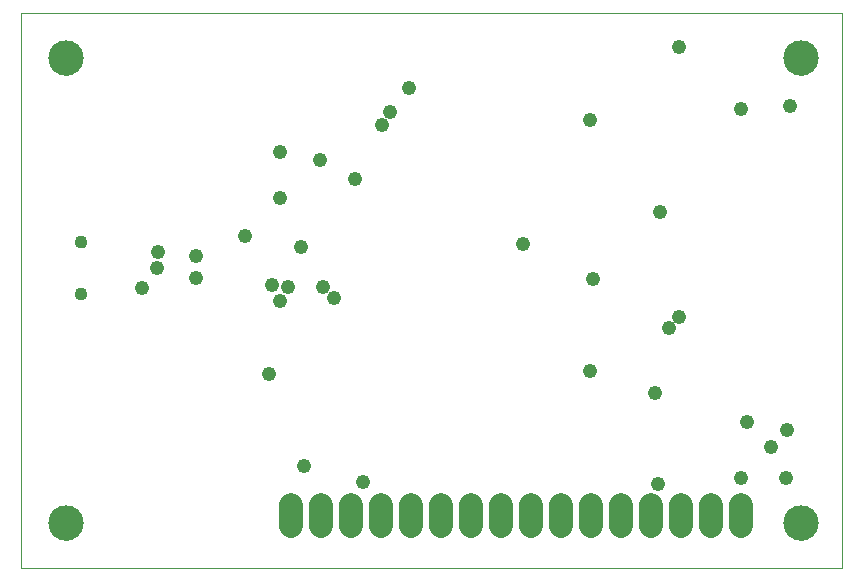
<source format=gbs>
G75*
%MOIN*%
%OFA0B0*%
%FSLAX25Y25*%
%IPPOS*%
%LPD*%
%AMOC8*
5,1,8,0,0,1.08239X$1,22.5*
%
%ADD10C,0.00000*%
%ADD11C,0.11824*%
%ADD12C,0.04343*%
%ADD13C,0.07887*%
%ADD14C,0.04800*%
%ADD15C,0.04762*%
D10*
X0021404Y0011404D02*
X0021404Y0196364D01*
X0295104Y0196364D01*
X0295104Y0011404D01*
X0021404Y0011404D01*
X0030892Y0026404D02*
X0030894Y0026552D01*
X0030900Y0026700D01*
X0030910Y0026848D01*
X0030924Y0026995D01*
X0030942Y0027142D01*
X0030963Y0027288D01*
X0030989Y0027434D01*
X0031019Y0027579D01*
X0031052Y0027723D01*
X0031090Y0027866D01*
X0031131Y0028008D01*
X0031176Y0028149D01*
X0031224Y0028289D01*
X0031277Y0028428D01*
X0031333Y0028565D01*
X0031393Y0028700D01*
X0031456Y0028834D01*
X0031523Y0028966D01*
X0031594Y0029096D01*
X0031668Y0029224D01*
X0031745Y0029350D01*
X0031826Y0029474D01*
X0031910Y0029596D01*
X0031997Y0029715D01*
X0032088Y0029832D01*
X0032182Y0029947D01*
X0032278Y0030059D01*
X0032378Y0030169D01*
X0032480Y0030275D01*
X0032586Y0030379D01*
X0032694Y0030480D01*
X0032805Y0030578D01*
X0032918Y0030674D01*
X0033034Y0030766D01*
X0033152Y0030855D01*
X0033273Y0030940D01*
X0033396Y0031023D01*
X0033521Y0031102D01*
X0033648Y0031178D01*
X0033777Y0031250D01*
X0033908Y0031319D01*
X0034041Y0031384D01*
X0034176Y0031445D01*
X0034312Y0031503D01*
X0034449Y0031558D01*
X0034588Y0031608D01*
X0034729Y0031655D01*
X0034870Y0031698D01*
X0035013Y0031738D01*
X0035157Y0031773D01*
X0035301Y0031805D01*
X0035447Y0031832D01*
X0035593Y0031856D01*
X0035740Y0031876D01*
X0035887Y0031892D01*
X0036034Y0031904D01*
X0036182Y0031912D01*
X0036330Y0031916D01*
X0036478Y0031916D01*
X0036626Y0031912D01*
X0036774Y0031904D01*
X0036921Y0031892D01*
X0037068Y0031876D01*
X0037215Y0031856D01*
X0037361Y0031832D01*
X0037507Y0031805D01*
X0037651Y0031773D01*
X0037795Y0031738D01*
X0037938Y0031698D01*
X0038079Y0031655D01*
X0038220Y0031608D01*
X0038359Y0031558D01*
X0038496Y0031503D01*
X0038632Y0031445D01*
X0038767Y0031384D01*
X0038900Y0031319D01*
X0039031Y0031250D01*
X0039160Y0031178D01*
X0039287Y0031102D01*
X0039412Y0031023D01*
X0039535Y0030940D01*
X0039656Y0030855D01*
X0039774Y0030766D01*
X0039890Y0030674D01*
X0040003Y0030578D01*
X0040114Y0030480D01*
X0040222Y0030379D01*
X0040328Y0030275D01*
X0040430Y0030169D01*
X0040530Y0030059D01*
X0040626Y0029947D01*
X0040720Y0029832D01*
X0040811Y0029715D01*
X0040898Y0029596D01*
X0040982Y0029474D01*
X0041063Y0029350D01*
X0041140Y0029224D01*
X0041214Y0029096D01*
X0041285Y0028966D01*
X0041352Y0028834D01*
X0041415Y0028700D01*
X0041475Y0028565D01*
X0041531Y0028428D01*
X0041584Y0028289D01*
X0041632Y0028149D01*
X0041677Y0028008D01*
X0041718Y0027866D01*
X0041756Y0027723D01*
X0041789Y0027579D01*
X0041819Y0027434D01*
X0041845Y0027288D01*
X0041866Y0027142D01*
X0041884Y0026995D01*
X0041898Y0026848D01*
X0041908Y0026700D01*
X0041914Y0026552D01*
X0041916Y0026404D01*
X0041914Y0026256D01*
X0041908Y0026108D01*
X0041898Y0025960D01*
X0041884Y0025813D01*
X0041866Y0025666D01*
X0041845Y0025520D01*
X0041819Y0025374D01*
X0041789Y0025229D01*
X0041756Y0025085D01*
X0041718Y0024942D01*
X0041677Y0024800D01*
X0041632Y0024659D01*
X0041584Y0024519D01*
X0041531Y0024380D01*
X0041475Y0024243D01*
X0041415Y0024108D01*
X0041352Y0023974D01*
X0041285Y0023842D01*
X0041214Y0023712D01*
X0041140Y0023584D01*
X0041063Y0023458D01*
X0040982Y0023334D01*
X0040898Y0023212D01*
X0040811Y0023093D01*
X0040720Y0022976D01*
X0040626Y0022861D01*
X0040530Y0022749D01*
X0040430Y0022639D01*
X0040328Y0022533D01*
X0040222Y0022429D01*
X0040114Y0022328D01*
X0040003Y0022230D01*
X0039890Y0022134D01*
X0039774Y0022042D01*
X0039656Y0021953D01*
X0039535Y0021868D01*
X0039412Y0021785D01*
X0039287Y0021706D01*
X0039160Y0021630D01*
X0039031Y0021558D01*
X0038900Y0021489D01*
X0038767Y0021424D01*
X0038632Y0021363D01*
X0038496Y0021305D01*
X0038359Y0021250D01*
X0038220Y0021200D01*
X0038079Y0021153D01*
X0037938Y0021110D01*
X0037795Y0021070D01*
X0037651Y0021035D01*
X0037507Y0021003D01*
X0037361Y0020976D01*
X0037215Y0020952D01*
X0037068Y0020932D01*
X0036921Y0020916D01*
X0036774Y0020904D01*
X0036626Y0020896D01*
X0036478Y0020892D01*
X0036330Y0020892D01*
X0036182Y0020896D01*
X0036034Y0020904D01*
X0035887Y0020916D01*
X0035740Y0020932D01*
X0035593Y0020952D01*
X0035447Y0020976D01*
X0035301Y0021003D01*
X0035157Y0021035D01*
X0035013Y0021070D01*
X0034870Y0021110D01*
X0034729Y0021153D01*
X0034588Y0021200D01*
X0034449Y0021250D01*
X0034312Y0021305D01*
X0034176Y0021363D01*
X0034041Y0021424D01*
X0033908Y0021489D01*
X0033777Y0021558D01*
X0033648Y0021630D01*
X0033521Y0021706D01*
X0033396Y0021785D01*
X0033273Y0021868D01*
X0033152Y0021953D01*
X0033034Y0022042D01*
X0032918Y0022134D01*
X0032805Y0022230D01*
X0032694Y0022328D01*
X0032586Y0022429D01*
X0032480Y0022533D01*
X0032378Y0022639D01*
X0032278Y0022749D01*
X0032182Y0022861D01*
X0032088Y0022976D01*
X0031997Y0023093D01*
X0031910Y0023212D01*
X0031826Y0023334D01*
X0031745Y0023458D01*
X0031668Y0023584D01*
X0031594Y0023712D01*
X0031523Y0023842D01*
X0031456Y0023974D01*
X0031393Y0024108D01*
X0031333Y0024243D01*
X0031277Y0024380D01*
X0031224Y0024519D01*
X0031176Y0024659D01*
X0031131Y0024800D01*
X0031090Y0024942D01*
X0031052Y0025085D01*
X0031019Y0025229D01*
X0030989Y0025374D01*
X0030963Y0025520D01*
X0030942Y0025666D01*
X0030924Y0025813D01*
X0030910Y0025960D01*
X0030900Y0026108D01*
X0030894Y0026256D01*
X0030892Y0026404D01*
X0039632Y0102742D02*
X0039634Y0102826D01*
X0039640Y0102909D01*
X0039650Y0102992D01*
X0039664Y0103075D01*
X0039681Y0103157D01*
X0039703Y0103238D01*
X0039728Y0103317D01*
X0039757Y0103396D01*
X0039790Y0103473D01*
X0039826Y0103548D01*
X0039866Y0103622D01*
X0039909Y0103694D01*
X0039956Y0103763D01*
X0040006Y0103830D01*
X0040059Y0103895D01*
X0040115Y0103957D01*
X0040173Y0104017D01*
X0040235Y0104074D01*
X0040299Y0104127D01*
X0040366Y0104178D01*
X0040435Y0104225D01*
X0040506Y0104270D01*
X0040579Y0104310D01*
X0040654Y0104347D01*
X0040731Y0104381D01*
X0040809Y0104411D01*
X0040888Y0104437D01*
X0040969Y0104460D01*
X0041051Y0104478D01*
X0041133Y0104493D01*
X0041216Y0104504D01*
X0041299Y0104511D01*
X0041383Y0104514D01*
X0041467Y0104513D01*
X0041550Y0104508D01*
X0041634Y0104499D01*
X0041716Y0104486D01*
X0041798Y0104470D01*
X0041879Y0104449D01*
X0041960Y0104425D01*
X0042038Y0104397D01*
X0042116Y0104365D01*
X0042192Y0104329D01*
X0042266Y0104290D01*
X0042338Y0104248D01*
X0042408Y0104202D01*
X0042476Y0104153D01*
X0042541Y0104101D01*
X0042604Y0104046D01*
X0042664Y0103988D01*
X0042722Y0103927D01*
X0042776Y0103863D01*
X0042828Y0103797D01*
X0042876Y0103729D01*
X0042921Y0103658D01*
X0042962Y0103585D01*
X0043001Y0103511D01*
X0043035Y0103435D01*
X0043066Y0103357D01*
X0043093Y0103278D01*
X0043117Y0103197D01*
X0043136Y0103116D01*
X0043152Y0103034D01*
X0043164Y0102951D01*
X0043172Y0102867D01*
X0043176Y0102784D01*
X0043176Y0102700D01*
X0043172Y0102617D01*
X0043164Y0102533D01*
X0043152Y0102450D01*
X0043136Y0102368D01*
X0043117Y0102287D01*
X0043093Y0102206D01*
X0043066Y0102127D01*
X0043035Y0102049D01*
X0043001Y0101973D01*
X0042962Y0101899D01*
X0042921Y0101826D01*
X0042876Y0101755D01*
X0042828Y0101687D01*
X0042776Y0101621D01*
X0042722Y0101557D01*
X0042664Y0101496D01*
X0042604Y0101438D01*
X0042541Y0101383D01*
X0042476Y0101331D01*
X0042408Y0101282D01*
X0042338Y0101236D01*
X0042266Y0101194D01*
X0042192Y0101155D01*
X0042116Y0101119D01*
X0042038Y0101087D01*
X0041960Y0101059D01*
X0041879Y0101035D01*
X0041798Y0101014D01*
X0041716Y0100998D01*
X0041634Y0100985D01*
X0041550Y0100976D01*
X0041467Y0100971D01*
X0041383Y0100970D01*
X0041299Y0100973D01*
X0041216Y0100980D01*
X0041133Y0100991D01*
X0041051Y0101006D01*
X0040969Y0101024D01*
X0040888Y0101047D01*
X0040809Y0101073D01*
X0040731Y0101103D01*
X0040654Y0101137D01*
X0040579Y0101174D01*
X0040506Y0101214D01*
X0040435Y0101259D01*
X0040366Y0101306D01*
X0040299Y0101357D01*
X0040235Y0101410D01*
X0040173Y0101467D01*
X0040115Y0101527D01*
X0040059Y0101589D01*
X0040006Y0101654D01*
X0039956Y0101721D01*
X0039909Y0101790D01*
X0039866Y0101862D01*
X0039826Y0101936D01*
X0039790Y0102011D01*
X0039757Y0102088D01*
X0039728Y0102167D01*
X0039703Y0102246D01*
X0039681Y0102327D01*
X0039664Y0102409D01*
X0039650Y0102492D01*
X0039640Y0102575D01*
X0039634Y0102658D01*
X0039632Y0102742D01*
X0039632Y0120065D02*
X0039634Y0120149D01*
X0039640Y0120232D01*
X0039650Y0120315D01*
X0039664Y0120398D01*
X0039681Y0120480D01*
X0039703Y0120561D01*
X0039728Y0120640D01*
X0039757Y0120719D01*
X0039790Y0120796D01*
X0039826Y0120871D01*
X0039866Y0120945D01*
X0039909Y0121017D01*
X0039956Y0121086D01*
X0040006Y0121153D01*
X0040059Y0121218D01*
X0040115Y0121280D01*
X0040173Y0121340D01*
X0040235Y0121397D01*
X0040299Y0121450D01*
X0040366Y0121501D01*
X0040435Y0121548D01*
X0040506Y0121593D01*
X0040579Y0121633D01*
X0040654Y0121670D01*
X0040731Y0121704D01*
X0040809Y0121734D01*
X0040888Y0121760D01*
X0040969Y0121783D01*
X0041051Y0121801D01*
X0041133Y0121816D01*
X0041216Y0121827D01*
X0041299Y0121834D01*
X0041383Y0121837D01*
X0041467Y0121836D01*
X0041550Y0121831D01*
X0041634Y0121822D01*
X0041716Y0121809D01*
X0041798Y0121793D01*
X0041879Y0121772D01*
X0041960Y0121748D01*
X0042038Y0121720D01*
X0042116Y0121688D01*
X0042192Y0121652D01*
X0042266Y0121613D01*
X0042338Y0121571D01*
X0042408Y0121525D01*
X0042476Y0121476D01*
X0042541Y0121424D01*
X0042604Y0121369D01*
X0042664Y0121311D01*
X0042722Y0121250D01*
X0042776Y0121186D01*
X0042828Y0121120D01*
X0042876Y0121052D01*
X0042921Y0120981D01*
X0042962Y0120908D01*
X0043001Y0120834D01*
X0043035Y0120758D01*
X0043066Y0120680D01*
X0043093Y0120601D01*
X0043117Y0120520D01*
X0043136Y0120439D01*
X0043152Y0120357D01*
X0043164Y0120274D01*
X0043172Y0120190D01*
X0043176Y0120107D01*
X0043176Y0120023D01*
X0043172Y0119940D01*
X0043164Y0119856D01*
X0043152Y0119773D01*
X0043136Y0119691D01*
X0043117Y0119610D01*
X0043093Y0119529D01*
X0043066Y0119450D01*
X0043035Y0119372D01*
X0043001Y0119296D01*
X0042962Y0119222D01*
X0042921Y0119149D01*
X0042876Y0119078D01*
X0042828Y0119010D01*
X0042776Y0118944D01*
X0042722Y0118880D01*
X0042664Y0118819D01*
X0042604Y0118761D01*
X0042541Y0118706D01*
X0042476Y0118654D01*
X0042408Y0118605D01*
X0042338Y0118559D01*
X0042266Y0118517D01*
X0042192Y0118478D01*
X0042116Y0118442D01*
X0042038Y0118410D01*
X0041960Y0118382D01*
X0041879Y0118358D01*
X0041798Y0118337D01*
X0041716Y0118321D01*
X0041634Y0118308D01*
X0041550Y0118299D01*
X0041467Y0118294D01*
X0041383Y0118293D01*
X0041299Y0118296D01*
X0041216Y0118303D01*
X0041133Y0118314D01*
X0041051Y0118329D01*
X0040969Y0118347D01*
X0040888Y0118370D01*
X0040809Y0118396D01*
X0040731Y0118426D01*
X0040654Y0118460D01*
X0040579Y0118497D01*
X0040506Y0118537D01*
X0040435Y0118582D01*
X0040366Y0118629D01*
X0040299Y0118680D01*
X0040235Y0118733D01*
X0040173Y0118790D01*
X0040115Y0118850D01*
X0040059Y0118912D01*
X0040006Y0118977D01*
X0039956Y0119044D01*
X0039909Y0119113D01*
X0039866Y0119185D01*
X0039826Y0119259D01*
X0039790Y0119334D01*
X0039757Y0119411D01*
X0039728Y0119490D01*
X0039703Y0119569D01*
X0039681Y0119650D01*
X0039664Y0119732D01*
X0039650Y0119815D01*
X0039640Y0119898D01*
X0039634Y0119981D01*
X0039632Y0120065D01*
X0030892Y0181404D02*
X0030894Y0181552D01*
X0030900Y0181700D01*
X0030910Y0181848D01*
X0030924Y0181995D01*
X0030942Y0182142D01*
X0030963Y0182288D01*
X0030989Y0182434D01*
X0031019Y0182579D01*
X0031052Y0182723D01*
X0031090Y0182866D01*
X0031131Y0183008D01*
X0031176Y0183149D01*
X0031224Y0183289D01*
X0031277Y0183428D01*
X0031333Y0183565D01*
X0031393Y0183700D01*
X0031456Y0183834D01*
X0031523Y0183966D01*
X0031594Y0184096D01*
X0031668Y0184224D01*
X0031745Y0184350D01*
X0031826Y0184474D01*
X0031910Y0184596D01*
X0031997Y0184715D01*
X0032088Y0184832D01*
X0032182Y0184947D01*
X0032278Y0185059D01*
X0032378Y0185169D01*
X0032480Y0185275D01*
X0032586Y0185379D01*
X0032694Y0185480D01*
X0032805Y0185578D01*
X0032918Y0185674D01*
X0033034Y0185766D01*
X0033152Y0185855D01*
X0033273Y0185940D01*
X0033396Y0186023D01*
X0033521Y0186102D01*
X0033648Y0186178D01*
X0033777Y0186250D01*
X0033908Y0186319D01*
X0034041Y0186384D01*
X0034176Y0186445D01*
X0034312Y0186503D01*
X0034449Y0186558D01*
X0034588Y0186608D01*
X0034729Y0186655D01*
X0034870Y0186698D01*
X0035013Y0186738D01*
X0035157Y0186773D01*
X0035301Y0186805D01*
X0035447Y0186832D01*
X0035593Y0186856D01*
X0035740Y0186876D01*
X0035887Y0186892D01*
X0036034Y0186904D01*
X0036182Y0186912D01*
X0036330Y0186916D01*
X0036478Y0186916D01*
X0036626Y0186912D01*
X0036774Y0186904D01*
X0036921Y0186892D01*
X0037068Y0186876D01*
X0037215Y0186856D01*
X0037361Y0186832D01*
X0037507Y0186805D01*
X0037651Y0186773D01*
X0037795Y0186738D01*
X0037938Y0186698D01*
X0038079Y0186655D01*
X0038220Y0186608D01*
X0038359Y0186558D01*
X0038496Y0186503D01*
X0038632Y0186445D01*
X0038767Y0186384D01*
X0038900Y0186319D01*
X0039031Y0186250D01*
X0039160Y0186178D01*
X0039287Y0186102D01*
X0039412Y0186023D01*
X0039535Y0185940D01*
X0039656Y0185855D01*
X0039774Y0185766D01*
X0039890Y0185674D01*
X0040003Y0185578D01*
X0040114Y0185480D01*
X0040222Y0185379D01*
X0040328Y0185275D01*
X0040430Y0185169D01*
X0040530Y0185059D01*
X0040626Y0184947D01*
X0040720Y0184832D01*
X0040811Y0184715D01*
X0040898Y0184596D01*
X0040982Y0184474D01*
X0041063Y0184350D01*
X0041140Y0184224D01*
X0041214Y0184096D01*
X0041285Y0183966D01*
X0041352Y0183834D01*
X0041415Y0183700D01*
X0041475Y0183565D01*
X0041531Y0183428D01*
X0041584Y0183289D01*
X0041632Y0183149D01*
X0041677Y0183008D01*
X0041718Y0182866D01*
X0041756Y0182723D01*
X0041789Y0182579D01*
X0041819Y0182434D01*
X0041845Y0182288D01*
X0041866Y0182142D01*
X0041884Y0181995D01*
X0041898Y0181848D01*
X0041908Y0181700D01*
X0041914Y0181552D01*
X0041916Y0181404D01*
X0041914Y0181256D01*
X0041908Y0181108D01*
X0041898Y0180960D01*
X0041884Y0180813D01*
X0041866Y0180666D01*
X0041845Y0180520D01*
X0041819Y0180374D01*
X0041789Y0180229D01*
X0041756Y0180085D01*
X0041718Y0179942D01*
X0041677Y0179800D01*
X0041632Y0179659D01*
X0041584Y0179519D01*
X0041531Y0179380D01*
X0041475Y0179243D01*
X0041415Y0179108D01*
X0041352Y0178974D01*
X0041285Y0178842D01*
X0041214Y0178712D01*
X0041140Y0178584D01*
X0041063Y0178458D01*
X0040982Y0178334D01*
X0040898Y0178212D01*
X0040811Y0178093D01*
X0040720Y0177976D01*
X0040626Y0177861D01*
X0040530Y0177749D01*
X0040430Y0177639D01*
X0040328Y0177533D01*
X0040222Y0177429D01*
X0040114Y0177328D01*
X0040003Y0177230D01*
X0039890Y0177134D01*
X0039774Y0177042D01*
X0039656Y0176953D01*
X0039535Y0176868D01*
X0039412Y0176785D01*
X0039287Y0176706D01*
X0039160Y0176630D01*
X0039031Y0176558D01*
X0038900Y0176489D01*
X0038767Y0176424D01*
X0038632Y0176363D01*
X0038496Y0176305D01*
X0038359Y0176250D01*
X0038220Y0176200D01*
X0038079Y0176153D01*
X0037938Y0176110D01*
X0037795Y0176070D01*
X0037651Y0176035D01*
X0037507Y0176003D01*
X0037361Y0175976D01*
X0037215Y0175952D01*
X0037068Y0175932D01*
X0036921Y0175916D01*
X0036774Y0175904D01*
X0036626Y0175896D01*
X0036478Y0175892D01*
X0036330Y0175892D01*
X0036182Y0175896D01*
X0036034Y0175904D01*
X0035887Y0175916D01*
X0035740Y0175932D01*
X0035593Y0175952D01*
X0035447Y0175976D01*
X0035301Y0176003D01*
X0035157Y0176035D01*
X0035013Y0176070D01*
X0034870Y0176110D01*
X0034729Y0176153D01*
X0034588Y0176200D01*
X0034449Y0176250D01*
X0034312Y0176305D01*
X0034176Y0176363D01*
X0034041Y0176424D01*
X0033908Y0176489D01*
X0033777Y0176558D01*
X0033648Y0176630D01*
X0033521Y0176706D01*
X0033396Y0176785D01*
X0033273Y0176868D01*
X0033152Y0176953D01*
X0033034Y0177042D01*
X0032918Y0177134D01*
X0032805Y0177230D01*
X0032694Y0177328D01*
X0032586Y0177429D01*
X0032480Y0177533D01*
X0032378Y0177639D01*
X0032278Y0177749D01*
X0032182Y0177861D01*
X0032088Y0177976D01*
X0031997Y0178093D01*
X0031910Y0178212D01*
X0031826Y0178334D01*
X0031745Y0178458D01*
X0031668Y0178584D01*
X0031594Y0178712D01*
X0031523Y0178842D01*
X0031456Y0178974D01*
X0031393Y0179108D01*
X0031333Y0179243D01*
X0031277Y0179380D01*
X0031224Y0179519D01*
X0031176Y0179659D01*
X0031131Y0179800D01*
X0031090Y0179942D01*
X0031052Y0180085D01*
X0031019Y0180229D01*
X0030989Y0180374D01*
X0030963Y0180520D01*
X0030942Y0180666D01*
X0030924Y0180813D01*
X0030910Y0180960D01*
X0030900Y0181108D01*
X0030894Y0181256D01*
X0030892Y0181404D01*
X0275892Y0181404D02*
X0275894Y0181552D01*
X0275900Y0181700D01*
X0275910Y0181848D01*
X0275924Y0181995D01*
X0275942Y0182142D01*
X0275963Y0182288D01*
X0275989Y0182434D01*
X0276019Y0182579D01*
X0276052Y0182723D01*
X0276090Y0182866D01*
X0276131Y0183008D01*
X0276176Y0183149D01*
X0276224Y0183289D01*
X0276277Y0183428D01*
X0276333Y0183565D01*
X0276393Y0183700D01*
X0276456Y0183834D01*
X0276523Y0183966D01*
X0276594Y0184096D01*
X0276668Y0184224D01*
X0276745Y0184350D01*
X0276826Y0184474D01*
X0276910Y0184596D01*
X0276997Y0184715D01*
X0277088Y0184832D01*
X0277182Y0184947D01*
X0277278Y0185059D01*
X0277378Y0185169D01*
X0277480Y0185275D01*
X0277586Y0185379D01*
X0277694Y0185480D01*
X0277805Y0185578D01*
X0277918Y0185674D01*
X0278034Y0185766D01*
X0278152Y0185855D01*
X0278273Y0185940D01*
X0278396Y0186023D01*
X0278521Y0186102D01*
X0278648Y0186178D01*
X0278777Y0186250D01*
X0278908Y0186319D01*
X0279041Y0186384D01*
X0279176Y0186445D01*
X0279312Y0186503D01*
X0279449Y0186558D01*
X0279588Y0186608D01*
X0279729Y0186655D01*
X0279870Y0186698D01*
X0280013Y0186738D01*
X0280157Y0186773D01*
X0280301Y0186805D01*
X0280447Y0186832D01*
X0280593Y0186856D01*
X0280740Y0186876D01*
X0280887Y0186892D01*
X0281034Y0186904D01*
X0281182Y0186912D01*
X0281330Y0186916D01*
X0281478Y0186916D01*
X0281626Y0186912D01*
X0281774Y0186904D01*
X0281921Y0186892D01*
X0282068Y0186876D01*
X0282215Y0186856D01*
X0282361Y0186832D01*
X0282507Y0186805D01*
X0282651Y0186773D01*
X0282795Y0186738D01*
X0282938Y0186698D01*
X0283079Y0186655D01*
X0283220Y0186608D01*
X0283359Y0186558D01*
X0283496Y0186503D01*
X0283632Y0186445D01*
X0283767Y0186384D01*
X0283900Y0186319D01*
X0284031Y0186250D01*
X0284160Y0186178D01*
X0284287Y0186102D01*
X0284412Y0186023D01*
X0284535Y0185940D01*
X0284656Y0185855D01*
X0284774Y0185766D01*
X0284890Y0185674D01*
X0285003Y0185578D01*
X0285114Y0185480D01*
X0285222Y0185379D01*
X0285328Y0185275D01*
X0285430Y0185169D01*
X0285530Y0185059D01*
X0285626Y0184947D01*
X0285720Y0184832D01*
X0285811Y0184715D01*
X0285898Y0184596D01*
X0285982Y0184474D01*
X0286063Y0184350D01*
X0286140Y0184224D01*
X0286214Y0184096D01*
X0286285Y0183966D01*
X0286352Y0183834D01*
X0286415Y0183700D01*
X0286475Y0183565D01*
X0286531Y0183428D01*
X0286584Y0183289D01*
X0286632Y0183149D01*
X0286677Y0183008D01*
X0286718Y0182866D01*
X0286756Y0182723D01*
X0286789Y0182579D01*
X0286819Y0182434D01*
X0286845Y0182288D01*
X0286866Y0182142D01*
X0286884Y0181995D01*
X0286898Y0181848D01*
X0286908Y0181700D01*
X0286914Y0181552D01*
X0286916Y0181404D01*
X0286914Y0181256D01*
X0286908Y0181108D01*
X0286898Y0180960D01*
X0286884Y0180813D01*
X0286866Y0180666D01*
X0286845Y0180520D01*
X0286819Y0180374D01*
X0286789Y0180229D01*
X0286756Y0180085D01*
X0286718Y0179942D01*
X0286677Y0179800D01*
X0286632Y0179659D01*
X0286584Y0179519D01*
X0286531Y0179380D01*
X0286475Y0179243D01*
X0286415Y0179108D01*
X0286352Y0178974D01*
X0286285Y0178842D01*
X0286214Y0178712D01*
X0286140Y0178584D01*
X0286063Y0178458D01*
X0285982Y0178334D01*
X0285898Y0178212D01*
X0285811Y0178093D01*
X0285720Y0177976D01*
X0285626Y0177861D01*
X0285530Y0177749D01*
X0285430Y0177639D01*
X0285328Y0177533D01*
X0285222Y0177429D01*
X0285114Y0177328D01*
X0285003Y0177230D01*
X0284890Y0177134D01*
X0284774Y0177042D01*
X0284656Y0176953D01*
X0284535Y0176868D01*
X0284412Y0176785D01*
X0284287Y0176706D01*
X0284160Y0176630D01*
X0284031Y0176558D01*
X0283900Y0176489D01*
X0283767Y0176424D01*
X0283632Y0176363D01*
X0283496Y0176305D01*
X0283359Y0176250D01*
X0283220Y0176200D01*
X0283079Y0176153D01*
X0282938Y0176110D01*
X0282795Y0176070D01*
X0282651Y0176035D01*
X0282507Y0176003D01*
X0282361Y0175976D01*
X0282215Y0175952D01*
X0282068Y0175932D01*
X0281921Y0175916D01*
X0281774Y0175904D01*
X0281626Y0175896D01*
X0281478Y0175892D01*
X0281330Y0175892D01*
X0281182Y0175896D01*
X0281034Y0175904D01*
X0280887Y0175916D01*
X0280740Y0175932D01*
X0280593Y0175952D01*
X0280447Y0175976D01*
X0280301Y0176003D01*
X0280157Y0176035D01*
X0280013Y0176070D01*
X0279870Y0176110D01*
X0279729Y0176153D01*
X0279588Y0176200D01*
X0279449Y0176250D01*
X0279312Y0176305D01*
X0279176Y0176363D01*
X0279041Y0176424D01*
X0278908Y0176489D01*
X0278777Y0176558D01*
X0278648Y0176630D01*
X0278521Y0176706D01*
X0278396Y0176785D01*
X0278273Y0176868D01*
X0278152Y0176953D01*
X0278034Y0177042D01*
X0277918Y0177134D01*
X0277805Y0177230D01*
X0277694Y0177328D01*
X0277586Y0177429D01*
X0277480Y0177533D01*
X0277378Y0177639D01*
X0277278Y0177749D01*
X0277182Y0177861D01*
X0277088Y0177976D01*
X0276997Y0178093D01*
X0276910Y0178212D01*
X0276826Y0178334D01*
X0276745Y0178458D01*
X0276668Y0178584D01*
X0276594Y0178712D01*
X0276523Y0178842D01*
X0276456Y0178974D01*
X0276393Y0179108D01*
X0276333Y0179243D01*
X0276277Y0179380D01*
X0276224Y0179519D01*
X0276176Y0179659D01*
X0276131Y0179800D01*
X0276090Y0179942D01*
X0276052Y0180085D01*
X0276019Y0180229D01*
X0275989Y0180374D01*
X0275963Y0180520D01*
X0275942Y0180666D01*
X0275924Y0180813D01*
X0275910Y0180960D01*
X0275900Y0181108D01*
X0275894Y0181256D01*
X0275892Y0181404D01*
X0275892Y0026404D02*
X0275894Y0026552D01*
X0275900Y0026700D01*
X0275910Y0026848D01*
X0275924Y0026995D01*
X0275942Y0027142D01*
X0275963Y0027288D01*
X0275989Y0027434D01*
X0276019Y0027579D01*
X0276052Y0027723D01*
X0276090Y0027866D01*
X0276131Y0028008D01*
X0276176Y0028149D01*
X0276224Y0028289D01*
X0276277Y0028428D01*
X0276333Y0028565D01*
X0276393Y0028700D01*
X0276456Y0028834D01*
X0276523Y0028966D01*
X0276594Y0029096D01*
X0276668Y0029224D01*
X0276745Y0029350D01*
X0276826Y0029474D01*
X0276910Y0029596D01*
X0276997Y0029715D01*
X0277088Y0029832D01*
X0277182Y0029947D01*
X0277278Y0030059D01*
X0277378Y0030169D01*
X0277480Y0030275D01*
X0277586Y0030379D01*
X0277694Y0030480D01*
X0277805Y0030578D01*
X0277918Y0030674D01*
X0278034Y0030766D01*
X0278152Y0030855D01*
X0278273Y0030940D01*
X0278396Y0031023D01*
X0278521Y0031102D01*
X0278648Y0031178D01*
X0278777Y0031250D01*
X0278908Y0031319D01*
X0279041Y0031384D01*
X0279176Y0031445D01*
X0279312Y0031503D01*
X0279449Y0031558D01*
X0279588Y0031608D01*
X0279729Y0031655D01*
X0279870Y0031698D01*
X0280013Y0031738D01*
X0280157Y0031773D01*
X0280301Y0031805D01*
X0280447Y0031832D01*
X0280593Y0031856D01*
X0280740Y0031876D01*
X0280887Y0031892D01*
X0281034Y0031904D01*
X0281182Y0031912D01*
X0281330Y0031916D01*
X0281478Y0031916D01*
X0281626Y0031912D01*
X0281774Y0031904D01*
X0281921Y0031892D01*
X0282068Y0031876D01*
X0282215Y0031856D01*
X0282361Y0031832D01*
X0282507Y0031805D01*
X0282651Y0031773D01*
X0282795Y0031738D01*
X0282938Y0031698D01*
X0283079Y0031655D01*
X0283220Y0031608D01*
X0283359Y0031558D01*
X0283496Y0031503D01*
X0283632Y0031445D01*
X0283767Y0031384D01*
X0283900Y0031319D01*
X0284031Y0031250D01*
X0284160Y0031178D01*
X0284287Y0031102D01*
X0284412Y0031023D01*
X0284535Y0030940D01*
X0284656Y0030855D01*
X0284774Y0030766D01*
X0284890Y0030674D01*
X0285003Y0030578D01*
X0285114Y0030480D01*
X0285222Y0030379D01*
X0285328Y0030275D01*
X0285430Y0030169D01*
X0285530Y0030059D01*
X0285626Y0029947D01*
X0285720Y0029832D01*
X0285811Y0029715D01*
X0285898Y0029596D01*
X0285982Y0029474D01*
X0286063Y0029350D01*
X0286140Y0029224D01*
X0286214Y0029096D01*
X0286285Y0028966D01*
X0286352Y0028834D01*
X0286415Y0028700D01*
X0286475Y0028565D01*
X0286531Y0028428D01*
X0286584Y0028289D01*
X0286632Y0028149D01*
X0286677Y0028008D01*
X0286718Y0027866D01*
X0286756Y0027723D01*
X0286789Y0027579D01*
X0286819Y0027434D01*
X0286845Y0027288D01*
X0286866Y0027142D01*
X0286884Y0026995D01*
X0286898Y0026848D01*
X0286908Y0026700D01*
X0286914Y0026552D01*
X0286916Y0026404D01*
X0286914Y0026256D01*
X0286908Y0026108D01*
X0286898Y0025960D01*
X0286884Y0025813D01*
X0286866Y0025666D01*
X0286845Y0025520D01*
X0286819Y0025374D01*
X0286789Y0025229D01*
X0286756Y0025085D01*
X0286718Y0024942D01*
X0286677Y0024800D01*
X0286632Y0024659D01*
X0286584Y0024519D01*
X0286531Y0024380D01*
X0286475Y0024243D01*
X0286415Y0024108D01*
X0286352Y0023974D01*
X0286285Y0023842D01*
X0286214Y0023712D01*
X0286140Y0023584D01*
X0286063Y0023458D01*
X0285982Y0023334D01*
X0285898Y0023212D01*
X0285811Y0023093D01*
X0285720Y0022976D01*
X0285626Y0022861D01*
X0285530Y0022749D01*
X0285430Y0022639D01*
X0285328Y0022533D01*
X0285222Y0022429D01*
X0285114Y0022328D01*
X0285003Y0022230D01*
X0284890Y0022134D01*
X0284774Y0022042D01*
X0284656Y0021953D01*
X0284535Y0021868D01*
X0284412Y0021785D01*
X0284287Y0021706D01*
X0284160Y0021630D01*
X0284031Y0021558D01*
X0283900Y0021489D01*
X0283767Y0021424D01*
X0283632Y0021363D01*
X0283496Y0021305D01*
X0283359Y0021250D01*
X0283220Y0021200D01*
X0283079Y0021153D01*
X0282938Y0021110D01*
X0282795Y0021070D01*
X0282651Y0021035D01*
X0282507Y0021003D01*
X0282361Y0020976D01*
X0282215Y0020952D01*
X0282068Y0020932D01*
X0281921Y0020916D01*
X0281774Y0020904D01*
X0281626Y0020896D01*
X0281478Y0020892D01*
X0281330Y0020892D01*
X0281182Y0020896D01*
X0281034Y0020904D01*
X0280887Y0020916D01*
X0280740Y0020932D01*
X0280593Y0020952D01*
X0280447Y0020976D01*
X0280301Y0021003D01*
X0280157Y0021035D01*
X0280013Y0021070D01*
X0279870Y0021110D01*
X0279729Y0021153D01*
X0279588Y0021200D01*
X0279449Y0021250D01*
X0279312Y0021305D01*
X0279176Y0021363D01*
X0279041Y0021424D01*
X0278908Y0021489D01*
X0278777Y0021558D01*
X0278648Y0021630D01*
X0278521Y0021706D01*
X0278396Y0021785D01*
X0278273Y0021868D01*
X0278152Y0021953D01*
X0278034Y0022042D01*
X0277918Y0022134D01*
X0277805Y0022230D01*
X0277694Y0022328D01*
X0277586Y0022429D01*
X0277480Y0022533D01*
X0277378Y0022639D01*
X0277278Y0022749D01*
X0277182Y0022861D01*
X0277088Y0022976D01*
X0276997Y0023093D01*
X0276910Y0023212D01*
X0276826Y0023334D01*
X0276745Y0023458D01*
X0276668Y0023584D01*
X0276594Y0023712D01*
X0276523Y0023842D01*
X0276456Y0023974D01*
X0276393Y0024108D01*
X0276333Y0024243D01*
X0276277Y0024380D01*
X0276224Y0024519D01*
X0276176Y0024659D01*
X0276131Y0024800D01*
X0276090Y0024942D01*
X0276052Y0025085D01*
X0276019Y0025229D01*
X0275989Y0025374D01*
X0275963Y0025520D01*
X0275942Y0025666D01*
X0275924Y0025813D01*
X0275910Y0025960D01*
X0275900Y0026108D01*
X0275894Y0026256D01*
X0275892Y0026404D01*
D11*
X0281404Y0026404D03*
X0281404Y0181404D03*
X0036404Y0181404D03*
X0036404Y0026404D03*
D12*
X0041404Y0102742D03*
X0041404Y0120065D03*
D13*
X0111404Y0032447D02*
X0111404Y0025360D01*
X0121404Y0025360D02*
X0121404Y0032447D01*
X0131404Y0032447D02*
X0131404Y0025360D01*
X0141404Y0025360D02*
X0141404Y0032447D01*
X0151404Y0032447D02*
X0151404Y0025360D01*
X0161404Y0025360D02*
X0161404Y0032447D01*
X0171404Y0032447D02*
X0171404Y0025360D01*
X0181404Y0025360D02*
X0181404Y0032447D01*
X0191404Y0032447D02*
X0191404Y0025360D01*
X0201404Y0025360D02*
X0201404Y0032447D01*
X0211404Y0032447D02*
X0211404Y0025360D01*
X0221404Y0025360D02*
X0221404Y0032447D01*
X0231404Y0032447D02*
X0231404Y0025360D01*
X0241404Y0025360D02*
X0241404Y0032447D01*
X0251404Y0032447D02*
X0251404Y0025360D01*
X0261404Y0025360D02*
X0261404Y0032447D01*
D14*
X0233804Y0039304D03*
X0263504Y0060004D03*
X0271604Y0051904D03*
X0277004Y0057304D03*
X0232904Y0069904D03*
X0211304Y0077104D03*
X0237404Y0091504D03*
X0241004Y0095104D03*
X0212204Y0107704D03*
X0188804Y0119404D03*
X0234704Y0130204D03*
X0211304Y0160804D03*
X0241004Y0185104D03*
X0261704Y0164404D03*
X0277904Y0165304D03*
X0151004Y0171604D03*
X0144704Y0163504D03*
X0142004Y0159004D03*
X0121304Y0147304D03*
X0133004Y0141004D03*
X0107804Y0134704D03*
X0096104Y0122104D03*
X0079994Y0115473D03*
X0079904Y0108182D03*
X0066973Y0111304D03*
X0067304Y0116704D03*
X0105104Y0105904D03*
X0110504Y0105004D03*
X0107804Y0100504D03*
X0122204Y0105004D03*
X0125804Y0101404D03*
X0115004Y0118504D03*
X0107804Y0150004D03*
X0104204Y0076204D03*
X0115904Y0045604D03*
X0135704Y0040204D03*
D15*
X0062004Y0104907D03*
X0261404Y0041404D03*
X0276404Y0041404D03*
M02*

</source>
